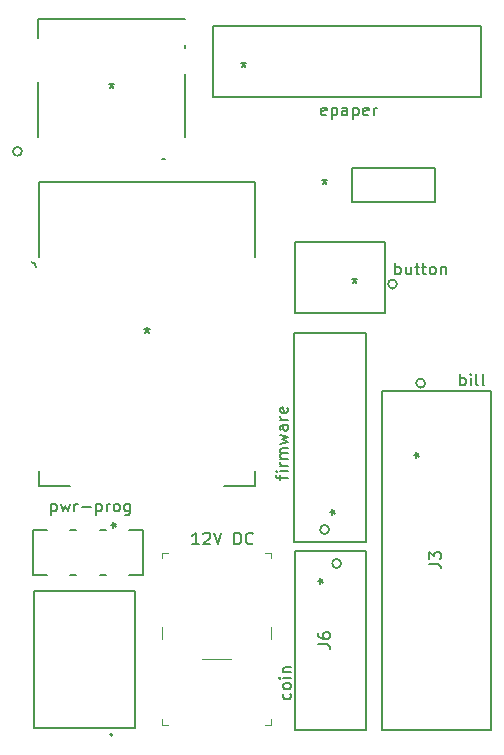
<source format=gbr>
%TF.GenerationSoftware,KiCad,Pcbnew,5.1.7-a382d34a8~88~ubuntu18.04.1*%
%TF.CreationDate,2021-03-14T12:27:23+01:00*%
%TF.ProjectId,bleskomat-v2.1.0,626c6573-6b6f-46d6-9174-2d76322e312e,test*%
%TF.SameCoordinates,Original*%
%TF.FileFunction,Legend,Top*%
%TF.FilePolarity,Positive*%
%FSLAX46Y46*%
G04 Gerber Fmt 4.6, Leading zero omitted, Abs format (unit mm)*
G04 Created by KiCad (PCBNEW 5.1.7-a382d34a8~88~ubuntu18.04.1) date 2021-03-14 12:27:23*
%MOMM*%
%LPD*%
G01*
G04 APERTURE LIST*
%ADD10C,0.150000*%
%ADD11C,0.100000*%
%ADD12C,0.152400*%
%ADD13C,0.200000*%
%ADD14C,0.127000*%
G04 APERTURE END LIST*
D10*
X102838666Y-115101714D02*
X102838666Y-116101714D01*
X102838666Y-115149333D02*
X102933904Y-115101714D01*
X103124380Y-115101714D01*
X103219619Y-115149333D01*
X103267238Y-115196952D01*
X103314857Y-115292190D01*
X103314857Y-115577904D01*
X103267238Y-115673142D01*
X103219619Y-115720761D01*
X103124380Y-115768380D01*
X102933904Y-115768380D01*
X102838666Y-115720761D01*
X103648190Y-115101714D02*
X103838666Y-115768380D01*
X104029142Y-115292190D01*
X104219619Y-115768380D01*
X104410095Y-115101714D01*
X104791047Y-115768380D02*
X104791047Y-115101714D01*
X104791047Y-115292190D02*
X104838666Y-115196952D01*
X104886285Y-115149333D01*
X104981523Y-115101714D01*
X105076761Y-115101714D01*
X105410095Y-115387428D02*
X106172000Y-115387428D01*
X106648190Y-115101714D02*
X106648190Y-116101714D01*
X106648190Y-115149333D02*
X106743428Y-115101714D01*
X106933904Y-115101714D01*
X107029142Y-115149333D01*
X107076761Y-115196952D01*
X107124380Y-115292190D01*
X107124380Y-115577904D01*
X107076761Y-115673142D01*
X107029142Y-115720761D01*
X106933904Y-115768380D01*
X106743428Y-115768380D01*
X106648190Y-115720761D01*
X107552952Y-115768380D02*
X107552952Y-115101714D01*
X107552952Y-115292190D02*
X107600571Y-115196952D01*
X107648190Y-115149333D01*
X107743428Y-115101714D01*
X107838666Y-115101714D01*
X108314857Y-115768380D02*
X108219619Y-115720761D01*
X108172000Y-115673142D01*
X108124380Y-115577904D01*
X108124380Y-115292190D01*
X108172000Y-115196952D01*
X108219619Y-115149333D01*
X108314857Y-115101714D01*
X108457714Y-115101714D01*
X108552952Y-115149333D01*
X108600571Y-115196952D01*
X108648190Y-115292190D01*
X108648190Y-115577904D01*
X108600571Y-115673142D01*
X108552952Y-115720761D01*
X108457714Y-115768380D01*
X108314857Y-115768380D01*
X109505333Y-115101714D02*
X109505333Y-115911238D01*
X109457714Y-116006476D01*
X109410095Y-116054095D01*
X109314857Y-116101714D01*
X109172000Y-116101714D01*
X109076761Y-116054095D01*
X109505333Y-115720761D02*
X109410095Y-115768380D01*
X109219619Y-115768380D01*
X109124380Y-115720761D01*
X109076761Y-115673142D01*
X109029142Y-115577904D01*
X109029142Y-115292190D01*
X109076761Y-115196952D01*
X109124380Y-115149333D01*
X109219619Y-115101714D01*
X109410095Y-115101714D01*
X109505333Y-115149333D01*
D11*
%TO.C,12V DC*%
X121440000Y-126548000D02*
X121440000Y-125548000D01*
X112240000Y-126548000D02*
X112240000Y-125548000D01*
X121440000Y-119248000D02*
X121440000Y-119748000D01*
X121440000Y-119248000D02*
X120940000Y-119248000D01*
X112240000Y-119248000D02*
X112740000Y-119248000D01*
X112240000Y-119248000D02*
X112240000Y-119748000D01*
X115640000Y-128248000D02*
X118040000Y-128248000D01*
X112240000Y-133848000D02*
X112240000Y-133348000D01*
X112240000Y-133848000D02*
X112740000Y-133848000D01*
X121440000Y-133848000D02*
X121440000Y-133348000D01*
X121440000Y-133848000D02*
X120940000Y-133848000D01*
D12*
%TO.C,U2*%
X109450387Y-121182400D02*
X110580800Y-121182400D01*
X106950387Y-121182400D02*
X107465613Y-121182400D01*
X104450387Y-121182400D02*
X104965613Y-121182400D01*
X102465613Y-117321600D02*
X101335200Y-117321600D01*
X104965613Y-117321600D02*
X104450387Y-117321600D01*
X107465613Y-117321600D02*
X106950387Y-117321600D01*
X110580800Y-117321600D02*
X109450387Y-117321600D01*
X110580800Y-121182400D02*
X110580800Y-117321600D01*
X101335200Y-121182400D02*
X102465613Y-121182400D01*
X101335200Y-117321600D02*
X101335200Y-121182400D01*
%TO.C,U1*%
X117423741Y-113622801D02*
X120062801Y-113622801D01*
X120062801Y-94264064D02*
X120062801Y-87867201D01*
X101800201Y-112328544D02*
X101800201Y-113622801D01*
X101800201Y-87867201D02*
X101800201Y-94264064D01*
X120062801Y-87867201D02*
X101800201Y-87867201D01*
X120062801Y-113622801D02*
X120062801Y-112328544D01*
X101800201Y-113622801D02*
X104439261Y-113622801D01*
X101541552Y-95100643D02*
G75*
G03*
X101165201Y-94660304I-376351J59339D01*
G01*
%TO.C,R1*%
X128295400Y-89560400D02*
X135356600Y-89560400D01*
X135356600Y-89560400D02*
X135356600Y-86715600D01*
X135356600Y-86715600D02*
X128295400Y-86715600D01*
X128295400Y-86715600D02*
X128295400Y-89560400D01*
D13*
%TO.C,PS1*%
X108014000Y-134670000D02*
G75*
G03*
X108014000Y-134670000I-100000J0D01*
G01*
D14*
X101414000Y-134120000D02*
X109914000Y-134120000D01*
X109914000Y-134120000D02*
X109914000Y-122520000D01*
X109914000Y-122520000D02*
X101414000Y-122520000D01*
X101414000Y-122520000D02*
X101414000Y-134120000D01*
D12*
%TO.C,J6*%
X123516601Y-119084344D02*
X123516601Y-134248144D01*
X123516601Y-134248144D02*
X129511001Y-134248144D01*
X129511001Y-134248144D02*
X129511001Y-119084344D01*
X129511001Y-119084344D02*
X123516601Y-119084344D01*
X126365000Y-117306344D02*
G75*
G03*
X126365000Y-117306344I-381000J0D01*
G01*
%TO.C,J5*%
X112214452Y-85966300D02*
X112505000Y-85966300D01*
X114147600Y-84046261D02*
X114147600Y-78761141D01*
X114147600Y-74053700D02*
X101752400Y-74053700D01*
X101752400Y-74053700D02*
X101752400Y-75696260D01*
X101752400Y-79411142D02*
X101752400Y-84046261D01*
X114147600Y-76546261D02*
X114147600Y-76312730D01*
X100355400Y-85280701D02*
G75*
G03*
X100355400Y-85280701I-381000J0D01*
G01*
%TO.C,J4*%
X123446906Y-98987399D02*
X131092306Y-98987399D01*
X131092306Y-98987399D02*
X131092306Y-92992999D01*
X131092306Y-92992999D02*
X123446906Y-92992999D01*
X123446906Y-92992999D02*
X123446906Y-98987399D01*
X132108306Y-96520000D02*
G75*
G03*
X132108306Y-96520000I-381000J0D01*
G01*
%TO.C,J3*%
X130810000Y-105537000D02*
X130810000Y-134239000D01*
X130810000Y-134239000D02*
X140081000Y-134239000D01*
X140081000Y-134239000D02*
X140081000Y-105537000D01*
X140081000Y-105537000D02*
X130810000Y-105537000D01*
X134493000Y-104902000D02*
G75*
G03*
X134493000Y-104902000I-381000J0D01*
G01*
%TO.C,J2*%
X116547600Y-80699399D02*
X139204400Y-80699399D01*
X139204400Y-80699399D02*
X139204400Y-74704999D01*
X139204400Y-74704999D02*
X116547600Y-74704999D01*
X116547600Y-74704999D02*
X116547600Y-80699399D01*
%TO.C,J1*%
X127381000Y-120178901D02*
G75*
G03*
X127381000Y-120178901I-381000J0D01*
G01*
X123422999Y-118400901D02*
X129468199Y-118400901D01*
X123422999Y-100697101D02*
X123422999Y-118400901D01*
X129468199Y-100697101D02*
X123422999Y-100697101D01*
X129468199Y-118400901D02*
X129468199Y-100697101D01*
%TO.C,12V DC*%
D10*
X115348000Y-118562380D02*
X114776571Y-118562380D01*
X115062285Y-118562380D02*
X115062285Y-117562380D01*
X114967047Y-117705238D01*
X114871809Y-117800476D01*
X114776571Y-117848095D01*
X115728952Y-117657619D02*
X115776571Y-117610000D01*
X115871809Y-117562380D01*
X116109904Y-117562380D01*
X116205142Y-117610000D01*
X116252761Y-117657619D01*
X116300380Y-117752857D01*
X116300380Y-117848095D01*
X116252761Y-117990952D01*
X115681333Y-118562380D01*
X116300380Y-118562380D01*
X116586095Y-117562380D02*
X116919428Y-118562380D01*
X117252761Y-117562380D01*
X118348000Y-118562380D02*
X118348000Y-117562380D01*
X118586095Y-117562380D01*
X118728952Y-117610000D01*
X118824190Y-117705238D01*
X118871809Y-117800476D01*
X118919428Y-117990952D01*
X118919428Y-118133809D01*
X118871809Y-118324285D01*
X118824190Y-118419523D01*
X118728952Y-118514761D01*
X118586095Y-118562380D01*
X118348000Y-118562380D01*
X119919428Y-118467142D02*
X119871809Y-118514761D01*
X119728952Y-118562380D01*
X119633714Y-118562380D01*
X119490857Y-118514761D01*
X119395619Y-118419523D01*
X119348000Y-118324285D01*
X119300380Y-118133809D01*
X119300380Y-117990952D01*
X119348000Y-117800476D01*
X119395619Y-117705238D01*
X119490857Y-117610000D01*
X119633714Y-117562380D01*
X119728952Y-117562380D01*
X119871809Y-117610000D01*
X119919428Y-117657619D01*
%TO.C,U2*%
X107910380Y-116940600D02*
X108148476Y-116940600D01*
X108053238Y-117178695D02*
X108148476Y-116940600D01*
X108053238Y-116702504D01*
X108338952Y-117083457D02*
X108148476Y-116940600D01*
X108338952Y-116797742D01*
X107910380Y-116940600D02*
X108148476Y-116940600D01*
X108053238Y-117178695D02*
X108148476Y-116940600D01*
X108053238Y-116702504D01*
X108338952Y-117083457D02*
X108148476Y-116940600D01*
X108338952Y-116797742D01*
%TO.C,U1*%
X110931501Y-100197381D02*
X110931501Y-100435477D01*
X110693405Y-100340239D02*
X110931501Y-100435477D01*
X111169596Y-100340239D01*
X110788643Y-100625953D02*
X110931501Y-100435477D01*
X111074358Y-100625953D01*
%TO.C,R1*%
X125984000Y-87590380D02*
X125984000Y-87828476D01*
X125745904Y-87733238D02*
X125984000Y-87828476D01*
X126222095Y-87733238D01*
X125841142Y-88018952D02*
X125984000Y-87828476D01*
X126126857Y-88018952D01*
%TO.C,J6*%
X125436380Y-126999577D02*
X126150666Y-126999577D01*
X126293523Y-127047196D01*
X126388761Y-127142434D01*
X126436380Y-127285291D01*
X126436380Y-127380529D01*
X125436380Y-126094815D02*
X125436380Y-126285291D01*
X125484000Y-126380529D01*
X125531619Y-126428148D01*
X125674476Y-126523386D01*
X125864952Y-126571005D01*
X126245904Y-126571005D01*
X126341142Y-126523386D01*
X126388761Y-126475767D01*
X126436380Y-126380529D01*
X126436380Y-126190053D01*
X126388761Y-126094815D01*
X126341142Y-126047196D01*
X126245904Y-125999577D01*
X126007809Y-125999577D01*
X125912571Y-126047196D01*
X125864952Y-126094815D01*
X125817333Y-126190053D01*
X125817333Y-126380529D01*
X125864952Y-126475767D01*
X125912571Y-126523386D01*
X126007809Y-126571005D01*
X123086761Y-131206761D02*
X123134380Y-131302000D01*
X123134380Y-131492476D01*
X123086761Y-131587714D01*
X123039142Y-131635333D01*
X122943904Y-131682952D01*
X122658190Y-131682952D01*
X122562952Y-131635333D01*
X122515333Y-131587714D01*
X122467714Y-131492476D01*
X122467714Y-131302000D01*
X122515333Y-131206761D01*
X123134380Y-130635333D02*
X123086761Y-130730571D01*
X123039142Y-130778190D01*
X122943904Y-130825809D01*
X122658190Y-130825809D01*
X122562952Y-130778190D01*
X122515333Y-130730571D01*
X122467714Y-130635333D01*
X122467714Y-130492476D01*
X122515333Y-130397238D01*
X122562952Y-130349619D01*
X122658190Y-130302000D01*
X122943904Y-130302000D01*
X123039142Y-130349619D01*
X123086761Y-130397238D01*
X123134380Y-130492476D01*
X123134380Y-130635333D01*
X123134380Y-129873428D02*
X122467714Y-129873428D01*
X122134380Y-129873428D02*
X122182000Y-129921047D01*
X122229619Y-129873428D01*
X122182000Y-129825809D01*
X122134380Y-129873428D01*
X122229619Y-129873428D01*
X122467714Y-129397238D02*
X123134380Y-129397238D01*
X122562952Y-129397238D02*
X122515333Y-129349619D01*
X122467714Y-129254380D01*
X122467714Y-129111523D01*
X122515333Y-129016285D01*
X122610571Y-128968666D01*
X123134380Y-128968666D01*
X125436380Y-121666000D02*
X125674476Y-121666000D01*
X125579238Y-121904095D02*
X125674476Y-121666000D01*
X125579238Y-121427904D01*
X125864952Y-121808857D02*
X125674476Y-121666000D01*
X125864952Y-121523142D01*
%TO.C,J5*%
X107950000Y-79462380D02*
X107950000Y-79700476D01*
X107711904Y-79605238D02*
X107950000Y-79700476D01*
X108188095Y-79605238D01*
X107807142Y-79890952D02*
X107950000Y-79700476D01*
X108092857Y-79890952D01*
%TO.C,J4*%
X131969142Y-95702380D02*
X131969142Y-94702380D01*
X131969142Y-95083333D02*
X132064380Y-95035714D01*
X132254857Y-95035714D01*
X132350095Y-95083333D01*
X132397714Y-95130952D01*
X132445333Y-95226190D01*
X132445333Y-95511904D01*
X132397714Y-95607142D01*
X132350095Y-95654761D01*
X132254857Y-95702380D01*
X132064380Y-95702380D01*
X131969142Y-95654761D01*
X133302476Y-95035714D02*
X133302476Y-95702380D01*
X132873904Y-95035714D02*
X132873904Y-95559523D01*
X132921523Y-95654761D01*
X133016761Y-95702380D01*
X133159619Y-95702380D01*
X133254857Y-95654761D01*
X133302476Y-95607142D01*
X133635809Y-95035714D02*
X134016761Y-95035714D01*
X133778666Y-94702380D02*
X133778666Y-95559523D01*
X133826285Y-95654761D01*
X133921523Y-95702380D01*
X134016761Y-95702380D01*
X134207238Y-95035714D02*
X134588190Y-95035714D01*
X134350095Y-94702380D02*
X134350095Y-95559523D01*
X134397714Y-95654761D01*
X134492952Y-95702380D01*
X134588190Y-95702380D01*
X135064380Y-95702380D02*
X134969142Y-95654761D01*
X134921523Y-95607142D01*
X134873904Y-95511904D01*
X134873904Y-95226190D01*
X134921523Y-95130952D01*
X134969142Y-95083333D01*
X135064380Y-95035714D01*
X135207238Y-95035714D01*
X135302476Y-95083333D01*
X135350095Y-95130952D01*
X135397714Y-95226190D01*
X135397714Y-95511904D01*
X135350095Y-95607142D01*
X135302476Y-95654761D01*
X135207238Y-95702380D01*
X135064380Y-95702380D01*
X135826285Y-95035714D02*
X135826285Y-95702380D01*
X135826285Y-95130952D02*
X135873904Y-95083333D01*
X135969142Y-95035714D01*
X136112000Y-95035714D01*
X136207238Y-95083333D01*
X136254857Y-95178571D01*
X136254857Y-95702380D01*
X128524000Y-95972380D02*
X128524000Y-96210476D01*
X128285904Y-96115238D02*
X128524000Y-96210476D01*
X128762095Y-96115238D01*
X128381142Y-96400952D02*
X128524000Y-96210476D01*
X128666857Y-96400952D01*
%TO.C,J3*%
X134834380Y-120221333D02*
X135548666Y-120221333D01*
X135691523Y-120268952D01*
X135786761Y-120364190D01*
X135834380Y-120507047D01*
X135834380Y-120602285D01*
X134834380Y-119840380D02*
X134834380Y-119221333D01*
X135215333Y-119554666D01*
X135215333Y-119411809D01*
X135262952Y-119316571D01*
X135310571Y-119268952D01*
X135405809Y-119221333D01*
X135643904Y-119221333D01*
X135739142Y-119268952D01*
X135786761Y-119316571D01*
X135834380Y-119411809D01*
X135834380Y-119697523D01*
X135786761Y-119792761D01*
X135739142Y-119840380D01*
X137453809Y-105100380D02*
X137453809Y-104100380D01*
X137453809Y-104481333D02*
X137549047Y-104433714D01*
X137739523Y-104433714D01*
X137834761Y-104481333D01*
X137882380Y-104528952D01*
X137930000Y-104624190D01*
X137930000Y-104909904D01*
X137882380Y-105005142D01*
X137834761Y-105052761D01*
X137739523Y-105100380D01*
X137549047Y-105100380D01*
X137453809Y-105052761D01*
X138358571Y-105100380D02*
X138358571Y-104433714D01*
X138358571Y-104100380D02*
X138310952Y-104148000D01*
X138358571Y-104195619D01*
X138406190Y-104148000D01*
X138358571Y-104100380D01*
X138358571Y-104195619D01*
X138977619Y-105100380D02*
X138882380Y-105052761D01*
X138834761Y-104957523D01*
X138834761Y-104100380D01*
X139501428Y-105100380D02*
X139406190Y-105052761D01*
X139358571Y-104957523D01*
X139358571Y-104100380D01*
X133564380Y-110998000D02*
X133802476Y-110998000D01*
X133707238Y-111236095D02*
X133802476Y-110998000D01*
X133707238Y-110759904D01*
X133992952Y-111140857D02*
X133802476Y-110998000D01*
X133992952Y-110855142D01*
%TO.C,J2*%
X126111238Y-82192761D02*
X126016000Y-82240380D01*
X125825523Y-82240380D01*
X125730285Y-82192761D01*
X125682666Y-82097523D01*
X125682666Y-81716571D01*
X125730285Y-81621333D01*
X125825523Y-81573714D01*
X126016000Y-81573714D01*
X126111238Y-81621333D01*
X126158857Y-81716571D01*
X126158857Y-81811809D01*
X125682666Y-81907047D01*
X126587428Y-81573714D02*
X126587428Y-82573714D01*
X126587428Y-81621333D02*
X126682666Y-81573714D01*
X126873142Y-81573714D01*
X126968380Y-81621333D01*
X127016000Y-81668952D01*
X127063619Y-81764190D01*
X127063619Y-82049904D01*
X127016000Y-82145142D01*
X126968380Y-82192761D01*
X126873142Y-82240380D01*
X126682666Y-82240380D01*
X126587428Y-82192761D01*
X127920761Y-82240380D02*
X127920761Y-81716571D01*
X127873142Y-81621333D01*
X127777904Y-81573714D01*
X127587428Y-81573714D01*
X127492190Y-81621333D01*
X127920761Y-82192761D02*
X127825523Y-82240380D01*
X127587428Y-82240380D01*
X127492190Y-82192761D01*
X127444571Y-82097523D01*
X127444571Y-82002285D01*
X127492190Y-81907047D01*
X127587428Y-81859428D01*
X127825523Y-81859428D01*
X127920761Y-81811809D01*
X128396952Y-81573714D02*
X128396952Y-82573714D01*
X128396952Y-81621333D02*
X128492190Y-81573714D01*
X128682666Y-81573714D01*
X128777904Y-81621333D01*
X128825523Y-81668952D01*
X128873142Y-81764190D01*
X128873142Y-82049904D01*
X128825523Y-82145142D01*
X128777904Y-82192761D01*
X128682666Y-82240380D01*
X128492190Y-82240380D01*
X128396952Y-82192761D01*
X129682666Y-82192761D02*
X129587428Y-82240380D01*
X129396952Y-82240380D01*
X129301714Y-82192761D01*
X129254095Y-82097523D01*
X129254095Y-81716571D01*
X129301714Y-81621333D01*
X129396952Y-81573714D01*
X129587428Y-81573714D01*
X129682666Y-81621333D01*
X129730285Y-81716571D01*
X129730285Y-81811809D01*
X129254095Y-81907047D01*
X130158857Y-82240380D02*
X130158857Y-81573714D01*
X130158857Y-81764190D02*
X130206476Y-81668952D01*
X130254095Y-81621333D01*
X130349333Y-81573714D01*
X130444571Y-81573714D01*
X119126000Y-77684380D02*
X119126000Y-77922476D01*
X118887904Y-77827238D02*
X119126000Y-77922476D01*
X119364095Y-77827238D01*
X118983142Y-78112952D02*
X119126000Y-77922476D01*
X119268857Y-78112952D01*
%TO.C,J1*%
X122213714Y-113101047D02*
X122213714Y-112720095D01*
X122880380Y-112958190D02*
X122023238Y-112958190D01*
X121928000Y-112910571D01*
X121880380Y-112815333D01*
X121880380Y-112720095D01*
X122880380Y-112386761D02*
X122213714Y-112386761D01*
X121880380Y-112386761D02*
X121928000Y-112434380D01*
X121975619Y-112386761D01*
X121928000Y-112339142D01*
X121880380Y-112386761D01*
X121975619Y-112386761D01*
X122880380Y-111910571D02*
X122213714Y-111910571D01*
X122404190Y-111910571D02*
X122308952Y-111862952D01*
X122261333Y-111815333D01*
X122213714Y-111720095D01*
X122213714Y-111624857D01*
X122880380Y-111291523D02*
X122213714Y-111291523D01*
X122308952Y-111291523D02*
X122261333Y-111243904D01*
X122213714Y-111148666D01*
X122213714Y-111005809D01*
X122261333Y-110910571D01*
X122356571Y-110862952D01*
X122880380Y-110862952D01*
X122356571Y-110862952D02*
X122261333Y-110815333D01*
X122213714Y-110720095D01*
X122213714Y-110577238D01*
X122261333Y-110482000D01*
X122356571Y-110434380D01*
X122880380Y-110434380D01*
X122213714Y-110053428D02*
X122880380Y-109862952D01*
X122404190Y-109672476D01*
X122880380Y-109482000D01*
X122213714Y-109291523D01*
X122880380Y-108482000D02*
X122356571Y-108482000D01*
X122261333Y-108529619D01*
X122213714Y-108624857D01*
X122213714Y-108815333D01*
X122261333Y-108910571D01*
X122832761Y-108482000D02*
X122880380Y-108577238D01*
X122880380Y-108815333D01*
X122832761Y-108910571D01*
X122737523Y-108958190D01*
X122642285Y-108958190D01*
X122547047Y-108910571D01*
X122499428Y-108815333D01*
X122499428Y-108577238D01*
X122451809Y-108482000D01*
X122880380Y-108005809D02*
X122213714Y-108005809D01*
X122404190Y-108005809D02*
X122308952Y-107958190D01*
X122261333Y-107910571D01*
X122213714Y-107815333D01*
X122213714Y-107720095D01*
X122832761Y-107005809D02*
X122880380Y-107101047D01*
X122880380Y-107291523D01*
X122832761Y-107386761D01*
X122737523Y-107434380D01*
X122356571Y-107434380D01*
X122261333Y-107386761D01*
X122213714Y-107291523D01*
X122213714Y-107101047D01*
X122261333Y-107005809D01*
X122356571Y-106958190D01*
X122451809Y-106958190D01*
X122547047Y-107434380D01*
X126452380Y-115824000D02*
X126690476Y-115824000D01*
X126595238Y-116062095D02*
X126690476Y-115824000D01*
X126595238Y-115585904D01*
X126880952Y-115966857D02*
X126690476Y-115824000D01*
X126880952Y-115681142D01*
%TD*%
M02*

</source>
